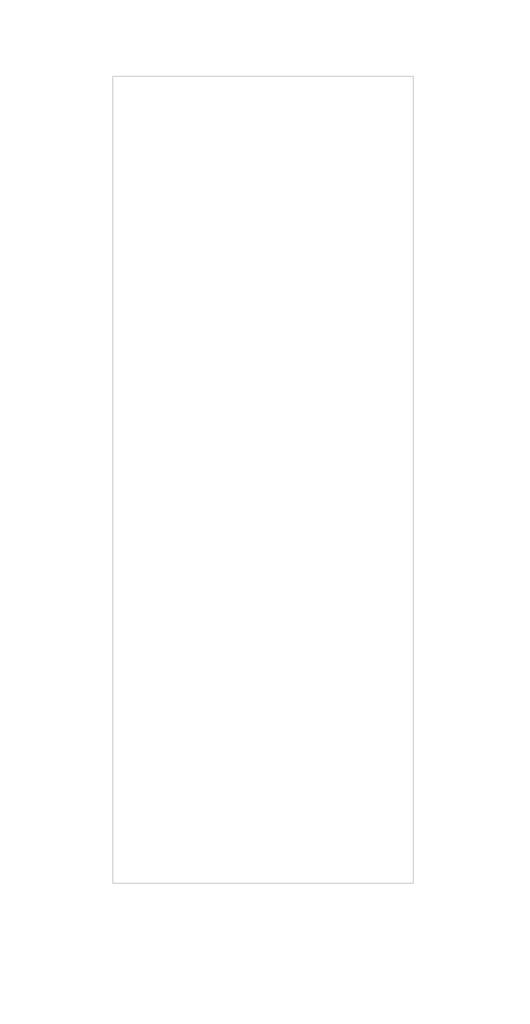
<source format=kicad_pcb>
(kicad_pcb (version 20171130) (host pcbnew 5.1.9)

  (general
    (thickness 1.6)
    (drawings 15)
    (tracks 0)
    (zones 0)
    (modules 4)
    (nets 1)
  )

  (page A4)
  (title_block
    (title "(title)")
    (comment 1 "PCB for panel")
    (comment 2 "(description)")
    (comment 4 "License CC BY 4.0 - Attribution 4.0 International")
  )

  (layers
    (0 F.Cu signal)
    (31 B.Cu signal)
    (32 B.Adhes user)
    (33 F.Adhes user)
    (34 B.Paste user)
    (35 F.Paste user)
    (36 B.SilkS user)
    (37 F.SilkS user)
    (38 B.Mask user)
    (39 F.Mask user)
    (40 Dwgs.User user)
    (41 Cmts.User user)
    (42 Eco1.User user)
    (43 Eco2.User user)
    (44 Edge.Cuts user)
    (45 Margin user)
    (46 B.CrtYd user)
    (47 F.CrtYd user)
    (48 B.Fab user)
    (49 F.Fab user)
  )

  (setup
    (last_trace_width 0.25)
    (user_trace_width 0.381)
    (user_trace_width 0.762)
    (trace_clearance 0.2)
    (zone_clearance 0.508)
    (zone_45_only no)
    (trace_min 0.2)
    (via_size 0.8)
    (via_drill 0.4)
    (via_min_size 0.4)
    (via_min_drill 0.3)
    (uvia_size 0.3)
    (uvia_drill 0.1)
    (uvias_allowed no)
    (uvia_min_size 0.2)
    (uvia_min_drill 0.1)
    (edge_width 0.05)
    (segment_width 0.2)
    (pcb_text_width 0.3)
    (pcb_text_size 1.5 1.5)
    (mod_edge_width 0.12)
    (mod_text_size 1 1)
    (mod_text_width 0.15)
    (pad_size 1.524 1.524)
    (pad_drill 0.762)
    (pad_to_mask_clearance 0)
    (aux_axis_origin 0 0)
    (visible_elements FFFFFF7F)
    (pcbplotparams
      (layerselection 0x010fc_ffffffff)
      (usegerberextensions false)
      (usegerberattributes true)
      (usegerberadvancedattributes true)
      (creategerberjobfile true)
      (excludeedgelayer true)
      (linewidth 0.100000)
      (plotframeref false)
      (viasonmask false)
      (mode 1)
      (useauxorigin false)
      (hpglpennumber 1)
      (hpglpenspeed 20)
      (hpglpendiameter 15.000000)
      (psnegative false)
      (psa4output false)
      (plotreference true)
      (plotvalue true)
      (plotinvisibletext false)
      (padsonsilk false)
      (subtractmaskfromsilk false)
      (outputformat 1)
      (mirror false)
      (drillshape 1)
      (scaleselection 1)
      (outputdirectory ""))
  )

  (net 0 "")

  (net_class Default "This is the default net class."
    (clearance 0.2)
    (trace_width 0.25)
    (via_dia 0.8)
    (via_drill 0.4)
    (uvia_dia 0.3)
    (uvia_drill 0.1)
  )

  (module MountingHole:MountingHole_2.2mm_M2 locked (layer F.Cu) (tedit 56D1B4CB) (tstamp 60979B0E)
    (at 88.56 156.44)
    (descr "Mounting Hole 2.2mm, no annular, M2")
    (tags "mounting hole 2.2mm no annular m2")
    (path /6098DED0)
    (attr virtual)
    (fp_text reference H4 (at 0 -3.2) (layer F.SilkS) hide
      (effects (font (size 1 1) (thickness 0.15)))
    )
    (fp_text value MountingHole (at 0 3.2) (layer F.Fab) hide
      (effects (font (size 1 1) (thickness 0.15)))
    )
    (fp_circle (center 0 0) (end 2.45 0) (layer F.CrtYd) (width 0.05))
    (fp_circle (center 0 0) (end 2.2 0) (layer Cmts.User) (width 0.15))
    (fp_text user %R (at 0.3 0) (layer F.Fab) hide
      (effects (font (size 1 1) (thickness 0.15)))
    )
    (pad 1 np_thru_hole circle (at 0 0) (size 2.2 2.2) (drill 2.2) (layers *.Cu *.Mask))
  )

  (module MountingHole:MountingHole_2.2mm_M2 locked (layer F.Cu) (tedit 56D1B4CB) (tstamp 60979B06)
    (at 53.34 156.44)
    (descr "Mounting Hole 2.2mm, no annular, M2")
    (tags "mounting hole 2.2mm no annular m2")
    (path /6098DECA)
    (attr virtual)
    (fp_text reference H3 (at 0 -3.2) (layer F.SilkS) hide
      (effects (font (size 1 1) (thickness 0.15)))
    )
    (fp_text value MountingHole (at 0 3.2) (layer F.Fab) hide
      (effects (font (size 1 1) (thickness 0.15)))
    )
    (fp_circle (center 0 0) (end 2.45 0) (layer F.CrtYd) (width 0.05))
    (fp_circle (center 0 0) (end 2.2 0) (layer Cmts.User) (width 0.15))
    (fp_text user %R (at 0.3 0) (layer F.Fab) hide
      (effects (font (size 1 1) (thickness 0.15)))
    )
    (pad 1 np_thru_hole circle (at 0 0) (size 2.2 2.2) (drill 2.2) (layers *.Cu *.Mask))
  )

  (module MountingHole:MountingHole_2.2mm_M2 locked (layer F.Cu) (tedit 56D1B4CB) (tstamp 60979AFE)
    (at 88.56 53.34)
    (descr "Mounting Hole 2.2mm, no annular, M2")
    (tags "mounting hole 2.2mm no annular m2")
    (path /6097A580)
    (attr virtual)
    (fp_text reference H2 (at 0 -3.2) (layer F.SilkS) hide
      (effects (font (size 1 1) (thickness 0.15)))
    )
    (fp_text value MountingHole (at 0 3.2) (layer F.Fab) hide
      (effects (font (size 1 1) (thickness 0.15)))
    )
    (fp_circle (center 0 0) (end 2.45 0) (layer F.CrtYd) (width 0.05))
    (fp_circle (center 0 0) (end 2.2 0) (layer Cmts.User) (width 0.15))
    (fp_text user %R (at 0.3 0) (layer F.Fab) hide
      (effects (font (size 1 1) (thickness 0.15)))
    )
    (pad 1 np_thru_hole circle (at 0 0) (size 2.2 2.2) (drill 2.2) (layers *.Cu *.Mask))
  )

  (module MountingHole:MountingHole_2.2mm_M2 (layer F.Cu) (tedit 56D1B4CB) (tstamp 6097E80B)
    (at 53.34 53.34)
    (descr "Mounting Hole 2.2mm, no annular, M2")
    (tags "mounting hole 2.2mm no annular m2")
    (path /6097A217)
    (attr virtual)
    (fp_text reference H1 (at 0 -3.2) (layer F.SilkS) hide
      (effects (font (size 1 1) (thickness 0.15)))
    )
    (fp_text value MountingHole (at 0 3.2) (layer F.Fab) hide
      (effects (font (size 1 1) (thickness 0.15)))
    )
    (fp_circle (center 0 0) (end 2.45 0) (layer F.CrtYd) (width 0.05))
    (fp_circle (center 0 0) (end 2.2 0) (layer Cmts.User) (width 0.15))
    (fp_text user %R (at 0.3 0) (layer F.Fab) hide
      (effects (font (size 1 1) (thickness 0.15)))
    )
    (pad 1 np_thru_hole circle (at 0 0) (size 2.2 2.2) (drill 2.2) (layers *.Cu *.Mask))
  )

  (dimension 11.66 (width 0.15) (layer Dwgs.User)
    (gr_text "11.660 mm" (at 44.42 153.15 270) (layer Dwgs.User)
      (effects (font (size 1 1) (thickness 0.15)))
    )
    (feature1 (pts (xy 50.8 158.98) (xy 45.133579 158.98)))
    (feature2 (pts (xy 50.8 147.32) (xy 45.133579 147.32)))
    (crossbar (pts (xy 45.72 147.32) (xy 45.72 158.98)))
    (arrow1a (pts (xy 45.72 158.98) (xy 45.133579 157.853496)))
    (arrow1b (pts (xy 45.72 158.98) (xy 46.306421 157.853496)))
    (arrow2a (pts (xy 45.72 147.32) (xy 45.133579 148.446504)))
    (arrow2b (pts (xy 45.72 147.32) (xy 46.306421 148.446504)))
  )
  (dimension 15.24 (width 0.15) (layer Dwgs.User)
    (gr_text "15.240 mm" (at 39.34 58.42 90) (layer Dwgs.User)
      (effects (font (size 1 1) (thickness 0.15)))
    )
    (feature1 (pts (xy 50.8 50.8) (xy 40.053579 50.8)))
    (feature2 (pts (xy 50.8 66.04) (xy 40.053579 66.04)))
    (crossbar (pts (xy 40.64 66.04) (xy 40.64 50.8)))
    (arrow1a (pts (xy 40.64 50.8) (xy 41.226421 51.926504)))
    (arrow1b (pts (xy 40.64 50.8) (xy 40.053579 51.926504)))
    (arrow2a (pts (xy 40.64 66.04) (xy 41.226421 64.913496)))
    (arrow2b (pts (xy 40.64 66.04) (xy 40.053579 64.913496)))
  )
  (dimension 108.18 (width 0.15) (layer Dwgs.User)
    (gr_text "108.180 mm" (at 102.9 104.89 90) (layer Dwgs.User)
      (effects (font (size 1 1) (thickness 0.15)))
    )
    (feature1 (pts (xy 91.1 50.8) (xy 102.186421 50.8)))
    (feature2 (pts (xy 91.1 158.98) (xy 102.186421 158.98)))
    (crossbar (pts (xy 101.6 158.98) (xy 101.6 50.8)))
    (arrow1a (pts (xy 101.6 50.8) (xy 102.186421 51.926504)))
    (arrow1b (pts (xy 101.6 50.8) (xy 101.013579 51.926504)))
    (arrow2a (pts (xy 101.6 158.98) (xy 102.186421 157.853496)))
    (arrow2b (pts (xy 101.6 158.98) (xy 101.013579 157.853496)))
  )
  (gr_line (start 50.8 147.32) (end 106.68 147.32) (layer Dwgs.User) (width 0.15) (tstamp 6097E920))
  (gr_line (start 50.8 127) (end 106.68 127) (layer Dwgs.User) (width 0.15) (tstamp 6097E91D))
  (gr_line (start 50.8 106.68) (end 106.68 106.68) (layer Dwgs.User) (width 0.15) (tstamp 6097E917))
  (gr_line (start 50.8 66.04) (end 106.68 66.04) (layer Dwgs.User) (width 0.15) (tstamp 6097E905))
  (gr_line (start 50.8 86.36) (end 106.68 86.36) (layer Dwgs.User) (width 0.15))
  (gr_line (start 81.28 40.64) (end 81.28 177.8) (layer Dwgs.User) (width 0.15))
  (gr_line (start 60.96 40.64) (end 60.96 177.8) (layer Dwgs.User) (width 0.15))
  (dimension 40.3 (width 0.15) (layer Dwgs.User)
    (gr_text "40.300 mm" (at 70.95 44.42) (layer Dwgs.User)
      (effects (font (size 1 1) (thickness 0.15)))
    )
    (feature1 (pts (xy 91.1 50.8) (xy 91.1 45.133579)))
    (feature2 (pts (xy 50.8 50.8) (xy 50.8 45.133579)))
    (crossbar (pts (xy 50.8 45.72) (xy 91.1 45.72)))
    (arrow1a (pts (xy 91.1 45.72) (xy 89.973496 46.306421)))
    (arrow1b (pts (xy 91.1 45.72) (xy 89.973496 45.133579)))
    (arrow2a (pts (xy 50.8 45.72) (xy 51.926504 46.306421)))
    (arrow2b (pts (xy 50.8 45.72) (xy 51.926504 45.133579)))
  )
  (gr_line (start 50.8 50.8) (end 50.8 158.98) (layer Edge.Cuts) (width 0.15) (tstamp 60977F7D))
  (gr_line (start 91.1 158.98) (end 50.8 158.98) (layer Edge.Cuts) (width 0.15))
  (gr_line (start 91.1 50.8) (end 91.1 158.98) (layer Edge.Cuts) (width 0.15))
  (gr_line (start 50.8 50.8) (end 91.1 50.8) (layer Edge.Cuts) (width 0.15))

)

</source>
